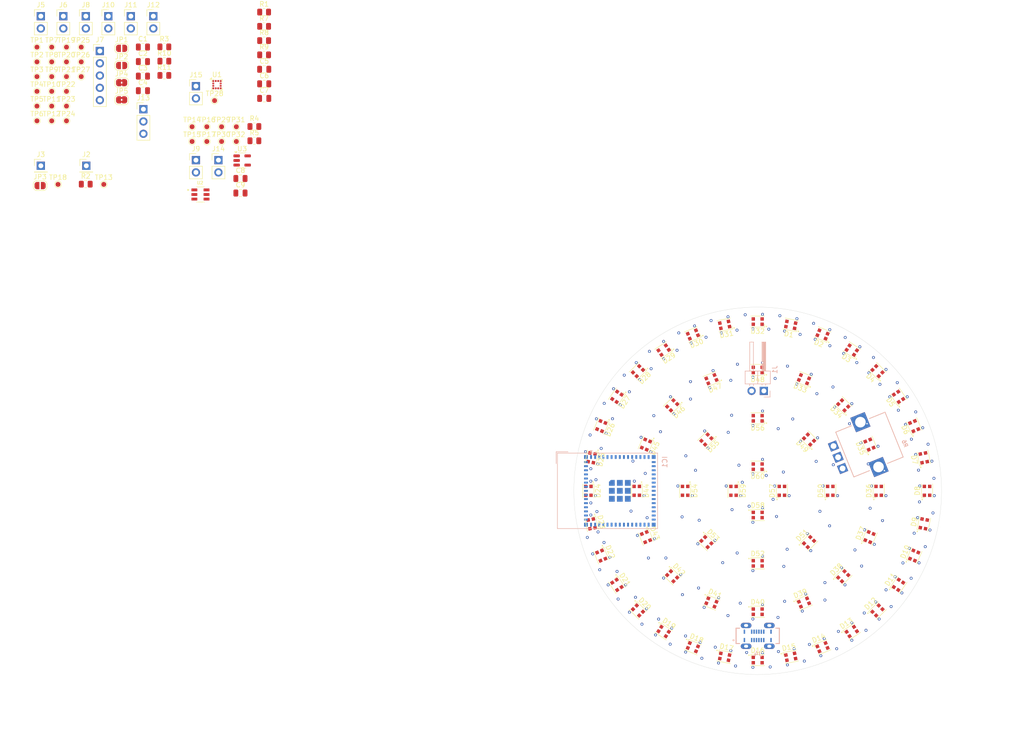
<source format=kicad_pcb>
(kicad_pcb (version 20240108) (generator "pcbnew") (generator_version "8.0")
  (layers (0 "F.Cu" signal) (1 "In1.Cu" signal) (2 "In2.Cu" signal) (31 "B.Cu" signal) (34 "B.Paste" user) (35 "F.Paste" user) (36 "B.SilkS" user "B.Silkscreen") (37 "F.SilkS" user "F.Silkscreen") (38 "B.Mask" user) (39 "F.Mask" user) (44 "Edge.Cuts" user))
  (net 0 "")
  (net 1 "GND")
  (net 2 "Net-(D1-DIN)")
  (net 3 "Net-(D1-DOUT)")
  (net 4 "+5V")
  (net 5 "Net-(D2-DOUT)")
  (net 6 "Net-(D3-DOUT)")
  (net 7 "Net-(D4-DOUT)")
  (net 8 "Net-(D5-DOUT)")
  (net 9 "Net-(D6-DOUT)")
  (net 10 "Net-(D7-DOUT)")
  (net 11 "Net-(D8-DOUT)")
  (net 12 "Net-(D10-DIN)")
  (net 13 "Net-(D10-DOUT)")
  (net 14 "Net-(D11-DOUT)")
  (net 15 "Net-(D12-DOUT)")
  (net 16 "Net-(D13-DOUT)")
  (net 17 "Net-(D14-DOUT)")
  (net 18 "Net-(D15-DOUT)")
  (net 19 "Net-(D16-DOUT)")
  (net 20 "Net-(D17-DOUT)")
  (net 21 "Net-(D18-DOUT)")
  (net 22 "Net-(D19-DOUT)")
  (net 23 "Net-(D20-DOUT)")
  (net 24 "Net-(D21-DOUT)")
  (net 25 "Net-(D22-DOUT)")
  (net 26 "Net-(D23-DOUT)")
  (net 27 "Net-(D24-DOUT)")
  (net 28 "Net-(D25-DOUT)")
  (net 29 "Net-(D26-DOUT)")
  (net 30 "Net-(D27-DOUT)")
  (net 31 "Net-(D28-DOUT)")
  (net 32 "Net-(D29-DOUT)")
  (net 33 "RgbLed_Outer2Middle")
  (net 34 "Net-(D31-DOUT)")
  (net 35 "Net-(D33-DOUT)")
  (net 36 "Net-(D34-DOUT)")
  (net 37 "Net-(D35-DOUT)")
  (net 38 "Net-(D36-DOUT)")
  (net 39 "Net-(D37-DOUT)")
  (net 40 "Net-(D38-DOUT)")
  (net 41 "Net-(D39-DOUT)")
  (net 42 "Net-(D40-DOUT)")
  (net 43 "Net-(D41-DOUT)")
  (net 44 "Net-(D42-DOUT)")
  (net 45 "Net-(D43-DOUT)")
  (net 46 "Net-(D44-DOUT)")
  (net 47 "RgbLed_Middle2Inner")
  (net 48 "Net-(D49-DOUT)")
  (net 49 "Net-(D50-DOUT)")
  (net 50 "Net-(D51-DOUT)")
  (net 51 "Net-(D52-DOUT)")
  (net 52 "Net-(D53-DOUT)")
  (net 53 "Net-(D54-DOUT)")
  (net 54 "Net-(D55-DOUT)")
  (net 55 "Net-(D57-DOUT)")
  (net 56 "RgbLed_Inner2Status")
  (net 57 "Net-(D59-DOUT)")
  (net 58 "+3V3")
  (net 72 "ESP32_ADC_POTI")
  (net 73 "/MicroController/ESP32_EN")
  (net 74 "Net-(D47-DOUT)")
  (net 75 "Net-(D30-DOUT)")
  (net 76 "Net-(D45-DOUT)")
  (net 77 "Net-(D46-DOUT)")
  (net 78 "Net-(D60-DOUT)")
  (net 79 "/MicroController/ESP32_DBG3")
  (net 80 "Net-(D58-DOUT)")
  (net 81 "/MicroController/ESP32_DBG4")
  (net 82 "/MicroController/ESP32_ALT_I2C_SCL")
  (net 83 "ESP32_RgbLed_DIN")
  (net 84 "IMU_INT1")
  (net 85 "/MicroController/ESP32_NOM_I2C_SDA")
  (net 86 "/MicroController/JTAG_TDO")
  (net 87 "/MicroController/ESP32_DBG5")
  (net 89 "ESP32_RgbLed_DOUT")
  (net 90 "/MicroController/JTAG_TMS")
  (net 92 "/MicroController/ESP32_DBG1")
  (net 93 "/MicroController/ESP32_DBG2")
  (net 94 "ESP32_USB_D-")
  (net 95 "/MicroController/JTAG_TCK")
  (net 96 "/MicroController/ESP32_DBG6")
  (net 97 "RXD0")
  (net 98 "/MicroController/ESP32_NOM_I2C_SCL")
  (net 99 "ESP32_USB_D+")
  (net 100 "IMU_INT2")
  (net 101 "TXD0")
  (net 102 "ESP32_Button_Signal")
  (net 103 "/MicroController/ESP32_ALT_I2C_SDA")
  (net 104 "/MicroController/JTAG_TDI")
  (net 105 "/MicroController/BOOT_OPTION")
  (net 106 "Net-(J4-CC1)")
  (net 107 "/USB Conn and PWR /CONN_USB_D_P")
  (net 108 "Net-(J4-CC2)")
  (net 109 "/USB Conn and PWR /CONN_USB_D_M")
  (net 110 "I2C_SCL")
  (net 111 "I2C_SDA")
  (net 112 "Net-(R6-Pad1)")
  (net 113 "Net-(U1-~{CS})")
  (net 114 "Net-(U1-SA0{slash}SDO)")
  (footprint "TestPoint:TestPoint_Pad_D1.0mm" (layer "F.Cu") (at 39.185 24.695)
    (property "Reference" "TP29")
    (property "Value" "TestPoint")
  )
  (footprint "Capacitor_SMD:C_0805_2012Metric" (layer "F.Cu") (at 47.995 18.825)
    (property "Reference" "C7")
    (property "Value" "100n/16V")
  )
  (footprint "LED_SMD:LED_WS2812B-2020_PLCC4_2.0x2.0mm" (layer "F.Cu") (at 150 75 180)
    (property "Reference" "D48")
    (property "Value" "WS2812B-2020" (hide yes))
  )
  (footprint "Capacitor_SMD:C_0805_2012Metric" (layer "F.Cu") (at 22.925 11.215)
    (property "Reference" "C2")
    (property "Value" "10u/16V")
  )
  (footprint "Connector_PinHeader_2.54mm:PinHeader_1x02_P2.54mm_Vertical" (layer "F.Cu") (at 33.885 16.295)
    (property "Reference" "J15")
    (property "Value" "Conn_01x02_Pin")
  )
  (footprint "Connector_PinHeader_2.54mm:PinHeader_1x01_P2.54mm_Vertical" (layer "F.Cu") (at 1.825 32.765)
    (property "Reference" "J3")
    (property "Value" "Conn_01x01_Pin")
  )
  (footprint "LED_SMD:LED_WS2812B-2020_PLCC4_2.0x2.0mm" (layer "F.Cu") (at 184.327485 106.828161 78.75)
    (property "Reference" "D9")
    (property "Value" "WS2812B-2020" (hide yes))
  )
  (footprint "LED_SMD:LED_WS2812B-2020_PLCC4_2.0x2.0mm" (layer "F.Cu") (at 140.432915 76.903012 -157.5)
    (property "Reference" "D47")
    (property "Value" "WS2812B-2020" (hide yes))
  )
  (footprint "Connector_PinHeader_2.54mm:PinHeader_1x03_P2.54mm_Vertical" (layer "F.Cu") (at 23.025 21.065)
    (property "Reference" "J13")
    (property "Value" "Conn_01x03_Pin")
  )
  (footprint "TestPoint:TestPoint_Pad_D1.0mm" (layer "F.Cu") (at 7.125 11.275)
    (property "Reference" "TP20")
    (property "Value" "TestPoint")
  )
  (footprint "LED_SMD:LED_WS2812B-2020_PLCC4_2.0x2.0mm" (layer "F.Cu") (at 165 100 90)
    (property "Reference" "D50")
    (property "Value" "WS2812B-2020" (hide yes))
  )
  (footprint "LED_SMD:LED_WS2812B-2020_PLCC4_2.0x2.0mm" (layer "F.Cu") (at 140.432914 123.096988 -22.5)
    (property "Reference" "D41")
    (property "Value" "WS2812B-2020" (hide yes))
  )
  (footprint "LED_SMD:LED_WS2812B-2020_PLCC4_2.0x2.0mm" (layer "F.Cu") (at 135 100 -90)
    (property "Reference" "D54")
    (property "Value" "WS2812B-2020" (hide yes))
  )
  (footprint "LED_SMD:LED_WS2812B-2020_PLCC4_2.0x2.0mm" (layer "F.Cu") (at 155 100 90)
    (property "Reference" "D57")
    (property "Value" "WS2812B-2020" (hide yes))
  )
  (footprint "Jumper:SolderJumper-2_P1.3mm_Open_RoundedPad1.0x1.5mm" (layer "F.Cu") (at 18.525 8.475)
    (property "Reference" "JP1")
    (property "Value" "SolderJumper_2_Open")
  )
  (footprint "LED_SMD:LED_WS2812B-2020_PLCC4_2.0x2.0mm" (layer "F.Cu") (at 159.567086 76.903012 157.5)
    (property "Reference" "D33")
    (property "Value" "WS2812B-2020" (hide yes))
  )
  (footprint "Connector_PinHeader_2.54mm:PinHeader_1x05_P2.54mm_Vertical" (layer "F.Cu") (at 14.025 9.025)
    (property "Reference" "J7")
    (property "Value" "Conn_01x05_Pin")
  )
  (footprint "LED_SMD:LED_WS2812B-2020_PLCC4_2.0x2.0mm" (layer "F.Cu") (at 173.096988 109.567086 67.5)
    (property "Reference" "D37")
    (property "Value" "WS2812B-2020" (hide yes))
  )
  (footprint "LED_SMD:LED_WS2812B-2020_PLCC4_2.0x2.0mm" (layer "F.Cu") (at 179.101436 80.555042 123.75)
    (property "Reference" "D5")
    (property "Value" "WS2812B-2020" (hide yes))
  )
  (footprint "Resistor_SMD:R_0805_2012Metric" (layer "F.Cu") (at 27.355 14.075)
    (property "Reference" "R11")
    (property "Value" "5k1(1%)")
  )
  (footprint "TestPoint:TestPoint_Pad_D1.0mm" (layer "F.Cu") (at 7.125 8.225)
    (property "Reference" "TP19")
    (property "Value" "TestPoint")
  )
  (footprint "LED_SMD:LED_WS2812B-2020_PLCC4_2.0x2.0mm" (layer "F.Cu") (at 150 95 180)
    (property "Reference" "D60")
    (property "Value" "WS2812B-2020" (hide yes))
  )
  (footprint "Package_LGA:LGA-12_2x2mm_P0.5mm" (layer "F.Cu") (at 38.23 15.99)
    (property "Reference" "U1")
    (property "Value" "LIS2HH12")
  )
  (footprint "TestPoint:TestPoint_Pad_D1.0mm" (layer "F.Cu") (at 36.135 27.745)
    (property "Reference" "TP17")
    (property "Value" "TestPoint")
  )
  (footprint "Connector_PinHeader_2.54mm:PinHeader_1x02_P2.54mm_Vertical" (layer "F.Cu") (at 1.825 1.825)
    (property "Reference" "J5")
    (property "Value" "Conn_01x02_Pin")
  )
  (footprint "LED_SMD:LED_WS2812B-2020_PLCC4_2.0x2.0mm" (layer "F.Cu") (at 130.555042 129.101437 -33.75)
    (property "Reference" "D19")
    (property "Value" "WS2812B-2020" (hide yes))
  )
  (footprint "LED_SMD:LED_WS2812B-2020_PLCC4_2.0x2.0mm" (layer "F.Cu") (at 120.898564 119.444958 -56.25)
    (property "Reference" "D21")
    (property "Value" "WS2812B-2020" (hide yes))
  )
  (footprint "TestPoint:TestPoint_Pad_D1.0mm" (layer "F.Cu") (at 33.085 24.695)
    (property "Reference" "TP14")
    (property "Value" "TestPoint")
  )
  (footprint "Connector_PinHeader_2.54mm:PinHeader_1x02_P2.54mm_Vertical" (layer "F.Cu") (at 11.125 1.825)
    (property "Reference" "J8")
    (property "Value" "Conn_01x02_Pin")
  )
  (footprint "Package_TO_SOT_SMD:SOT-23-5" (layer "F.Cu") (at 43.435 31.67)
    (property "Reference" "U3")
    (property "Value" "AP2112K-3.3")
  )
  (footprint "TestPoint:TestPoint_Pad_D1.0mm" (layer "F.Cu") (at 1.025 11.275)
    (property "Reference" "TP2")
    (property "Value" "TestPoint")
  )
  (footprint "LED_SMD:LED_WS2812B-2020_PLCC4_2.0x2.0mm" (layer "F.Cu") (at 125 100 -90)
    (property "Reference" "D44")
    (property "Value" "WS2812B-2020" (hide yes))
  )
  (footprint "Resistor_SMD:R_0805_2012Metric" (layer "F.Cu") (at 45.965 24.645)
    (property "Reference" "R4")
    (property "Value" "5k1(1%)")
  )
  (footprint "TestPoint:TestPoint_Pad_D1.0mm" (layer "F.Cu") (at 4.075 14.325)
    (property "Reference" "TP9")
    (property "Value" "TestPoint")
  )
  (footprint "TestPoint:TestPoint_Pad_D1.0mm" (layer "F.Cu") (at 4.075 8.225)
    (property "Reference" "TP7")
    (property "Value" "TestPoint")
  )
  (footprint "LED_SMD:LED_WS2812B-2020_PLCC4_2.0x2.0mm" (layer "F.Cu") (at 179.101437 119.444958 56.25)
    (property "Reference" "D11")
    (property "Value" "WS2812B-2020" (hide yes))
  )
  (footprint "Connector_PinHeader_2.54mm:PinHeader_1x02_P2.54mm_Vertical" (layer "F.Cu") (at 25.075 1.825)
    (property "Reference" "J12")
    (property "Value" "Conn_01x02_Pin")
  )
  (footprint "LED_SMD:LED_WS2812B-2020_PLCC4_2.0x2.0mm" (layer "F.Cu") (at 132.32233 117.677669 -45)
    (property "Reference" "D42")
    (property "Value" "WS2812B-2020" (hide yes))
  )
  (footprint "Capacitor_SMD:C_0805_2012Metric" (layer "F.Cu") (at 43.085 38.405)
    (property "Reference" "C9")
    (property "Value" "1u/16V")
  )
  (footprint "LED_SMD:LED_WS2812B-2020_PLCC4_2.0x2.0mm" (layer "F.Cu") (at 126.903012 90.432914 -112.5)
    (property "Reference" "D45")
    (property "Value" "WS2812B-2020" (hide yes))
  )
  (footprint "TestPoint:TestPoint_Pad_D1.0mm" (layer "F.Cu") (at 10.175 11.275)
    (property "Reference" "TP26")
    (property "Value" "TestPoint")
  )
  (footprint "TestPoint:TestPoint_Pad_D1.0mm" (layer "F.Cu") (at 7.125 14.325)
    (property "Reference" "TP21")
    (property "Value" "TestPoint")
  )
  (footprint "TestPoint:TestPoint_Pad_D1.0mm" (layer "F.Cu") (at 37.735 19.285)
    (property "Reference" "TP28")
    (property "Value" "TestPoint")
  )
  (footprint "LED_SMD:LED_WS2812B-2020_PLCC4_2.0x2.0mm" (layer "F.Cu") (at 125.251262 75.251263 -135)
    (property "Reference" "D28")
    (property "Value" "WS2812B-2020" (hide yes))
  )
  (footprint "TestPoint:TestPoint_Pad_D1.0mm" (layer "F.Cu") (at 4.075 20.425)
    (property "Reference" "TP11")
    (property "Value" "TestPoint")
  )
  (footprint "LED_SMD:LED_WS2812B-2020_PLCC4_2.0x2.0mm" (layer "F.Cu") (at 174.748738 124.748737 45)
    (property "Reference" "D12")
    (property "Value" "WS2812B-2020" (hide yes))
  )
  (footprint "LED_SMD:LED_WS2812B-2020_PLCC4_2.0x2.0mm" (layer "F.Cu") (at 150 65 180)
    (property "Reference" "D32")
    (property "Value" "WS2812B-2020" (hide yes))
  )
  (footprint "Capacitor_SMD:C_0805_2012Metric" (layer "F.Cu") (at 22.925 17.235)
    (property "Reference" "C4")
    (property "Value" "1u/16V")
  )
  (footprint "TestPoint:TestPoint_Pad_D1.0mm" (layer "F.Cu") (at 1.025 23.475)
    (property "Reference" "TP6")
    (property "Value" "TestPoint")
  )
  (footprint "LED_SMD:LED_WS2812B-2020_PLCC4_2.0x2.0mm" (layer "F.Cu") (at 150 105)
    (property "Reference" "D58")
    (property "Value" "WS2812B-2020" (hide yes))
  )
  (footprint "LED_SMD:LED_WS2812B-2020_PLCC4_2.0x2.0mm" (layer "F.Cu") (at 156.828161 65.672515 168.75)
    (property "Reference" "D1")
    (property "Value" "WS2812B-2020" (hide yes))
  )
  (footprint "Resistor_SMD:R_0805_2012Metric" (layer "F.Cu") (at 47.975 6.875)
    (property "Reference" "R8")
    (property "Value" "5k1(1%)")
  )
  (footprint "Connector_PinHeader_2.54mm:PinHeader_1x02_P2.54mm_Vertical" (layer "F.Cu") (at 6.475 1.825)
    (property "Reference" "J6")
    (property "Value" "Conn_01x02_Pin")
  )
  (footprint "TestPoint:TestPoint_Pad_D1.0mm" (layer "F.Cu") (at 4.075 17.375)
    (property "Reference" "TP10")
    (property "Value" "TestPoint")
  )
  (footprint "Diode_SMD:SOT95P280X145-6N" (layer "F.Cu") (at 34.815 38.7075)
    (property "Reference" "U2")
    (property "Value" "USBLC6-2SC6")
  )
  (footprint "LED_SMD:LED_WS2812B-2020_PLCC4_2.0x2.0mm" (layer "F.Cu") (at 132.322331 82.32233 -135)
    (property "Reference" "D46")
    (property "Value" "WS2812B-2020" (hide yes))
  )
  (footprint "TestPoint:TestPoint_Pad_D1.0mm" (layer "F.Cu") (at 14.835 36.615)
    (property "Reference" "TP13")
    (property "Value" "TestPoint")
  )
  (footprint "TestPoint:TestPoint_Pad_D1.0mm" (layer "F.Cu") (at 39.185 27.745)
    (property "Reference" "TP30")
    (property "Value" "TestPoint")
  )
  (footprint "Connector_PinHeader_2.54mm:PinHeader_1x01_P2.54mm_Vertical" (layer "F.Cu") (at 11.225 32.765)
    (property "Reference" "J2")
    (property "Value" "Conn_01x01_Pin")
  )
  (footprint "LED_SMD:LED_WS2812B-2020_PLCC4_2.0x2.0mm" (layer "F.Cu") (at 163.39392 132.335784 22.5)
    (property "Reference" "D14")
    (property "Value" "WS2812B-2020" (hide yes))
  )
  (footprint "Resistor_SMD:R_0805_2012Metric" (layer "F.Cu") (at 27.355 11.125)
    (property "Reference" "R10")
    (property "Value" "5k1(1%)")
  )
  (footprint "TestPoint:TestPoint_Pad_D1.0mm" (layer "F.Cu") (at 42.235 27.745)
    (property "Reference" "TP32")
    (property "Value" "TestPoint")
  )
  (footprint "Capacitor_SMD:C_0805_2012Metric" (layer "F.Cu") (at 47.995 15.815)
    (property "Reference" "C6")
    (property "Value" "100n/16V")
  )
  (footprint "LED_SMD:LED_WS2812B-2020_PLCC4_2.0x2.0mm" (layer "F.Cu") (at 160.606602 110.606602 45)
    (property "Reference" "D51")
    (property "Value" "WS2812B-2020" (hide yes))
  )
  (footprint "Capacitor_SMD:C_0805_2012Metric" (layer "F.Cu") (at 22.925 14.225)
    (property "Reference" "C3")
    (property "Value" "100n/16V")
  )
  (footprint "LED_SMD:LED_WS2812B-2020_PLCC4_2.0x2.0mm" (layer "F.Cu") (at 143.171839 134.327485 -11.25)
    (property "Reference" "D17")
    (property "Value" "WS2812B-2020" (hide yes))
  )
  (footprint "Connector_PinHeader_2.54mm:PinHeader_1x02_P2.54mm_Vertical" (layer "F.Cu") (at 20.425 1.825)
    (property "Reference" "J11")
    (property "Value" "Conn_01x02_Pin")
  )
  (footprint "Jumper:SolderJumper-2_P1.3mm_Open_RoundedPad1.0x1.5mm" (layer "F.Cu") (at 1.675 36.865)
    (property "Reference" "JP3")
    (property "Value" "SolderJumper_2_Open")
  )
  (footprint "LED_SMD:LED_WS2812B-2020_PLCC4_2.0x2.0mm" (layer "F.Cu") (at 182.335784 86.60608 112.5)
    (property "Reference" "D6")
    (property "Value" "WS2812B-2020" (hide yes))
  )
  (footprint "Resistor_SMD:R_0805_2012Metric" (layer "F.Cu") (at 47.975 3.925)
    (property "Reference" "R7")
    (property "Value" "1k(1%)")
  )
  (footprint "LED_SMD:LED_WS2812B-2020_PLCC4_2.0x2.0mm" (layer "F.Cu") (at 169.444958 70.898563 146.25)
    (property "Reference" "D3")
    (property "Value" "WS2812B-2020" (hide yes))
  )
  (footprint "LED_SMD:LED_WS2812B-2020_PLCC4_2.0x2.0mm" (layer "F.Cu") (at 150 85 180)
    (property "Reference" "D56")
    (property "Value" "WS2812B-2020" (hide yes))
  )
  (footprint "LED_SMD:LED_WS2812B-2020_PLCC4_2.0x2.0mm" (layer "F.Cu") (at 117.664216 86.60608 -112.5)
    (property "Reference" "D26")
    (property "Value" "WS2812B-2020" (hide yes))
  )
  (footprint "TestPoint:TestPoint_Pad_D1.0mm" (layer "F.Cu") (at 7.125 17.375)
    (property "Reference" "TP22")
    (property "Value" "TestPoint")
  )
  (footprint "LED_SMD:LED_WS2812B-2020_PLCC4_2.0x2.0mm" (layer "F.Cu") (at 115.672515 93.171839 -101.25)
    (property "Reference" "D25")
    (property "Value" "WS2812B-2020" (hide yes))
  )
  (footprint "LED_SMD:LED_WS2812B-2020_PLCC4_2.0x2.0mm" (layer "F.Cu") (at 120.898563 80.555042 -123.75)
    (property "Reference" "D27")
    (property "Value" "WS2812B-2020" (hide yes))
  )
  (footprint "LED_SMD:LED_WS2812B-2020_PLCC4_2.0x2.0mm" (layer "F.Cu") (at 139.393398 89.393398 -135)
    (property "Reference" "D55")
    (property "Value" "WS2812B-2020" (hide yes))
  )
  (footprint "TestPoint:TestPoint_Pad_D1.0mm" (layer "F.Cu") (at 5.375 36.615)
    (property "Reference" "TP18")
    (property "Value" "TestPoint")
  )
  (footprint "TestPoint:TestPoint_Pad_D1.0mm" (layer "F.Cu") (at 42.235 24.695)
    (property "Reference" "TP31")
    (property "Value" "TestPoint")
  )
  (footprint "Jumper:SolderJumper-2_P1.3mm_Bridged2Bar_RoundedPad1.0x1.5mm" (layer "F.Cu") (at 18.525 19.125)
    (property "Reference" "JP5")
    (property "Value" "SolderJumper_2_Bridged")
  )
  (footprint "Jumper:SolderJumper-2_P1.3mm_Open_RoundedPad1.0x1.5mm" (layer "F.Cu") (at 18.525 12.025)
    (property "Reference" "JP2")
    (property "Value" "SolderJumper_2_Open")
  )
  (footprint "LED_SMD:LED_WS2812B-2020_PLCC4_2.0x2.0mm" (layer "F.Cu") (at 174.748737 75.251262 135)
    (property "Reference" "D4")
    (property "Value" "WS2812B-2020" (hide yes))
  )
  (footprint "LED_SMD:LED_WS2812B-2020_PLCC4_2.0x2.0mm" (layer "F.Cu") (at 117.664216 113.39392 -67.5)
    (property "Reference" "D22")
    (property "Value" "WS2812B-2020" (hide yes))
  )
  (footprint "LED_SMD:LED_WS2812B-2020_PLCC4_2.0x2.0mm" (layer "F.Cu") (at 136.60608 67.664216 -157.5)
    (property "Reference" "D30")
    (property "Value" "WS2812B-2020" (hide yes))
  )
  (footprint "TestPoint:TestPoint_Pad_D1.0mm" (layer "F.Cu") (at 4.075 23.475)
    (property "Reference" "TP12")
    (property "Value" "TestPoint")
  )
  (footprint "TestPoint:TestPoint_Pad_D1.0mm" (layer "F.Cu") (at 10.175 8.225)
    (property "Reference" "TP25")
    (property "Value" "TestPoint")
  )
  (footprint "LED_SMD:LED_WS2812B-2020_PLCC4_2.0x2.0mm" (layer "F.Cu") (at 182.335784 113.39392 67.5)
    (property "Reference" "D10")
    (property "Value" "WS2812B-2020" (hide yes))
  )
  (footprint "Connector_PinHeader_2.54mm:PinHeader_1x02_P2.54mm_Vertical" (layer "F.Cu") (at 15.775 1.825)
    (property "Reference" "J10")
    (property "Value" "Conn_01x02_Pin")
  )
  (footprint "LED_SMD:LED_WS2812B-2020_PLCC4_2.0x2.0mm" (layer "F.Cu") (at 136.60608 132.335784 -22.5)
    (property "Reference" "D18")
    (property "Value" "WS2812B-2020" (hide yes))
  )
  (footprint "LED_SMD:LED_WS2812B-2020_PLCC4_2.0x2.0mm" (layer "F.Cu") (at 175 100 90)
    (property "Reference" "D36")
    (property "Value" "WS2812B-2020" (hide yes))
  )
  (footprint "LED_SMD:LED_WS2812B-2020_PLCC4_2.0x2.0mm" (layer "F.Cu") (at 184.327485 93.171838 101.25)
    (property "Reference" "D7")
    (property "Value" "WS2812B-2020" (hide yes))
  )
  (footprint "LED_SMD:LED_WS2812B-2020_PLCC4_2.0x2.0mm" (layer "F.Cu") (at 167.677669 117.67767 45)
    (property "Reference" "D38")
    (property "Value" "WS2812B-2020" (hide yes))
  )
  (footprint "TestPoint:TestPoint_Pad_D1.0mm" (layer "F.Cu") (at 36.135 24.695)
    (property "Reference" "TP16")
    (property "Value" "TestPoint")
  )
  (footprint "TestPoint:TestPoint_Pad_D1.0mm" (layer "F.Cu") (at 33.085 27.745)
    (property "Reference" "TP15")
    (property "Value" "TestPoint")
  )
  (footprint "TestPoint:TestPoint_Pad_D1.0mm" (layer "F.Cu") (at 4.075 11.275)
    (property "Reference" "TP8")
    (property "Value" "TestPoint")
  )
  (footprint "Resistor_SMD:R_0805_2012Metric" (layer "F.Cu") (at 27.355 8.175)
    (property "Reference" "R3")
    (property "Value" "10k(1%)")
  )
  (footprint "Resistor_SMD:R_0805_2012Metric" (layer "F.Cu") (at 47.975 9.825)
    (property "Reference" "R9")
    (property "Value" "5k1(1%)")
  )
  (footprint "LED_SMD:LED_WS2812B-2020_PLCC4_2.0x2.0mm" (layer "F.Cu") (at 156.828162 134.327485 11.25)
    (property "Reference" "D15")
    (property "Value" "WS2812B-2020" (hide yes))
  )
  (footprint "LED_SMD:LED_WS2812B-2020_PLCC4_2.0x2.0mm" (layer "F.Cu") (at 150 135)
    (property "Reference" "D16")
    (property "Value" "WS2812B-2020" (hide yes))
  )
  (footprint "TestPoint:TestPoint_Pad_D1.0mm" (layer "F.Cu") (at 1.025 17.375)
    (property "Reference" "TP4")
    (property "Value" "TestPoint")
  )
  (footprint "LED_SMD:LED_WS2812B-2020_PLCC4_2.0x2.0mm" (layer "F.Cu") (at 160.606602 89.393398 135)
    (property "Reference" "D49")
    (property "Value" "WS2812B-2020" (hide yes))
  )
  (footprint "TestPoint:TestPoint_Pad_D1.0mm" (layer "F.Cu") (at 10.175 14.325)
    (property "Reference" "TP27")
    (property "Value" "TestPoint")
  )
  (footprint "LED_SMD:LED_WS2812B-2020_PLCC4_2.0x2.0mm" (layer "F.Cu") (at 125.251263 124.748738 -45)
    (property "Reference" "D20")
    (property "Value" "WS2812B-2020" (hide yes))
  )
  (footprint "LED_SMD:LED_WS2812B-2020_PLCC4_2.0x2.0mm" (layer "F.Cu") (at 169.444958 129.101436 33.75)
    (property "Reference" "D13")
    (property "Value" "WS2812B-2020" (hide yes))
  )
  (footprint "Capacitor_SMD:C_0805_2012Metric" (layer "F.Cu") (at 43.085 35.395)
    (property "Reference" "C8")
    (property "Value" "1u/16V")
  )
  (footprint "TestPoint:TestPoint_Pad_D1.0mm" (layer "F.Cu") (at 1.025 8.225)
    (property "Reference" "TP1")
    (property "Value" "TestPoint")
  )
  (footprint "LED_SMD:LED_WS2812B-2020_PLCC4_2.0x2.0mm" (layer "F.Cu") (at 163.39392 67.664216 157.5)
    (property "Reference" "D2")
    (property "Value" "WS2812B-2020" (hide yes))
  )
  (footprint "Resistor_SMD:R_0805_2012Metric" (layer "F.Cu") (at 47.975 0.975)
    (property "Reference" "R1")
    (property "Value" "10k(1%)")
  )
  (footprint "Connector_PinHeader_2.54mm:PinHeader_1x02_P2.54mm_Vertical" (layer "F.Cu") (at 33.885 31.595)
    (property "Reference" "J9")
    (property "Value" "Conn_01x02_Pin")
  )
  (footprint "LED_SMD:LED_WS2812B-2020_PLCC4_2.0x2.0mm" (layer "F.Cu") (at 115 100 -90)
    (property "Reference" "D24")
    (property "Value" "WS2812B-2020" (hide yes))
  )
  (footprint "Resistor_SMD:R_0805_2012Metric" (layer "F.Cu") (at 11.105 36.565)
    (property "Reference" "R2")
    (property "Value" "100")
  )
  (footprint "LED_SMD:LED_WS2812B-2020_PLCC4_2.0x2.0mm" (layer "F.Cu") (at 115.672515 106.828162 -78.75)
    (property "Reference" "D23")
    (property "Value" "WS2812B-2020" (hide yes))
  )
  (footprint "LED_SMD:LED_WS2812B-2020_PLCC4_2.0x2.0mm" (layer "F.Cu") (at 167.67767 82.322331 135)
    (property "Reference" "D34")
    (property "Value" "WS2812B-2020" (hide yes))
  )
  (footprint "TestPoint:TestPoint_Pad_D1.0mm" (layer "F.Cu") (at 7.125 23.475)
    (property "Reference" "TP24")
    (property "Value" "TestPoint")
  )
  (footprint "LED_SMD:LED_WS2812B-2020_PLCC4_2.0x2.0mm" (layer "F.Cu") (at 139.393398 110.606602 -45)
    (property "Reference" "D53")
    (property "Value" "WS2812B-2020" (hide yes))
  )
  (footprint "LED_SMD:LED_WS2812B-2020_PLCC4_2.0x2.0mm" (layer "F.Cu") (at 143.171838 65.672515 -168.75)
    (property "Reference" "D31")
    (property "Value" "WS2812B-2020" (hide yes))
  )
  (footprint "LED_SMD:LED_WS2812B-2020_PLCC4_2.0x2.0mm" (layer "F.Cu") (at 150 115)
    (property "Reference" "D52")
    (property "Value" "WS2812B-2020" (hide yes))
  )
  (footprint "LED_SMD:LED_WS2812B-2020_PLCC4_2.0x2.0mm" (layer "F.Cu") (at 173.096988 90.432915 112.5)
    (property "Reference" "D35")
    (property "Value" "WS2812B-2020" (hide yes))
  )
  (footprint "Capacitor_SMD:C_0805_2012Metric" (layer "F.Cu") (at 22.925 8.205)
    (property "Reference" "C1")
    (property "Value" "10u/16V")
  )
  (footprint "Capacitor_SMD:C_0805_2012Metric" (layer "F.Cu") (at 47.995 12.805)
    (property "Reference" "C5")
    (property "Value" "1u/16V")
  )
  (footprint "LED_SMD:LED_WS2812B-2020_PLCC4_2.0x2.0mm" (layer "F.Cu") (at 126.903012 109.567085 -67.5)
    (property "Reference" "D43")
    (property "Value" "WS2812B-2020" (hide yes))
  )
  (footprint "TestPoint:TestPoint_Pad_D1.0mm" (layer "F.Cu") (at 1.025 20.425)
    (property "Reference" "TP5")
    (property "Value" "TestPoint")
  )
  (footprint "LED_SMD:LED_WS2812B-2020_PLCC4_2.0x2.0mm" (layer "F.Cu") (at 159.567085 123.096988 22.5)
    (property "Reference" "D39")
    (property "Value" "WS2812B-2020" (hide yes))
  )
  (footprint "LED_SMD:LED_WS2812B-2020_PLCC4_2.0x2.0mm" (layer "F.Cu") (at 145 100 -90)
    (property "Reference" "D59")
    (property "Value" "WS2812B-2020" (hide yes))
  )
  (footprint "LED_SMD:LED_WS2812B-2020_PLCC4_2.0x2.0mm" (layer "F.Cu") (at 150 125)
    (property "Reference" "D40")
    (property "Value" "WS2812B-2020" (hide yes))
  )
  (footprint "Jumper:SolderJumper-2_P1.3mm_Bridged2Bar_RoundedPad1.0x1.5mm" (layer "F.Cu") (at 18.525 15.575)
    (property "Reference" "JP4")
    (property "Value" "SolderJumper_2_Bridged")
  )
  (footprint "TestPoint:TestPoint_Pad_D1.0mm" (layer "F.Cu") (at 7.125 20.425)
    (property "Reference" "TP23")
    (property "Value" "TestPoint")
  )
  (footprint "LED_SMD:LED_WS2812B-2020_PLCC4_2.0x2.0mm" (layer "F.Cu") (at 185 100 90)
    (property "Reference" "D8")
    (property "Value" "WS2812B-2020" (hide yes))
  )
  (footprint "Connector_PinHeader_2.54mm:PinHeader_1x02_P2.54mm_Vertical" (layer "F.Cu") (at 38.535 31.595)
    (property "Reference" "J14")
    (property "Value" "Conn_01x02_Pin")
  )
  (footprint "TestPoint:TestPoint_Pad_D1.0mm" (layer "F.Cu") (at 1.025 14.325)
    (property "Reference" "TP3")
    (property "Value" "TestPoint")
  )
  (footprint "Resistor_SMD:R_0805_2012Metric" (layer "F.Cu") (at 45.965 27.595)
    (property "Reference" "R5")
    (property "Value" "5k1(1%)")
  )
  (footprint "LED_SMD:LED_WS2812B-2020_PLCC4_2.0x2.0mm" (layer "F.Cu") (at 130.555042 70.898564 -146.25)
    (property "Reference" "D29")
    (property "Value" "WS2812B-2020" (hide yes))
  )
  (footprint "RF_Module:ESP32-S2-MINI-1" (layer "B.Cu") (at 118.95 100 -90)
    (property "Reference" "IC1")
    (property "Value" "ESP32-S2-MINI-2-N4")
  )
  (footprint "Connector_PinHeader_2.54mm:PinHeader_1x02_P2.54mm_Horizontal" (layer "B.Cu") (at 151.275 79.325 90)
    (property "Reference" "J1")
    (property "Value" "Conn_01x02_Pin")
  )
  (footprint "Connector:GCT_USB4120-03-C_REVA" (layer "B.Cu") (at 150 130)
    (property "Reference" "J4")
    (property "Value" "USB4120-03-C_REVA")
    (fp_line (start 3.65 -0.26) (end 3.85 -0.26) (stroke (width 0.01)) (layer "Edge.Cuts"))
    (fp_line (start 3.85 0.26) (end 3.65 0.26) (stroke (width 0.01)) (layer "Edge.Cuts"))
    (fp_arc (start 3.39 0) (mid 3.466152 -0.183848) (end 3.65 -0.26) (stroke (width 0.01)) (layer "Edge.Cuts"))
    (fp_arc (start 3.65 0.26) (mid 3.466152 0.183848) (end 3.39 0) (stroke (width 0.01)) (layer "Edge.Cuts"))
    (fp_arc (start 3.85 -0.26) (mid 4.033848 -0.183848) (end 4.11 0) (stroke (width 0.01)) (layer "Edge.Cuts"))
    (fp_arc (start 4.11 0) (mid 4.033848 0.183848) (end 3.85 0.26) (stroke (width 0.01)) (layer "Edge.Cuts"))
  )
  (footprint "Potentiometer_THT:Pot" (layer "B.Cu") (at 173.096988 90.432915 112)
    (property "Reference" "R6")
    (property "Value" "2k 1/20W")
  )
  (gr_circle (center 150 100) (end 188 100) (stroke (width 0.05)) (fill none) (layer "Edge.Cuts"))
  (via (at 141.898418 135.603572) (size 0.6) (drill 0.3) (layers "F.Cu" "B.Cu") (net 1))
  (via (at 172.589515 86.108858) (size 0.6) (drill 0.3) (layers "F.Cu" "B.Cu") (net 1))
  (via (at 124.5 98) (size 0.6) (drill 0.3) (layers "F.Cu" "B.Cu") (net 1))
  (via (at 135.108175 133.33892) (size 0.6) (drill 0.3) (layers "F.Cu" "B.Cu") (net 1))
  (via (at 130.553156 69.095789) (size 0.6) (drill 0.3) (layers "F.Cu" "B.Cu") (net 1))
  (via (at 155.390397 115.626696) (size 0.6) (drill 0.3) (layers "F.Cu" "B.Cu") (net 1))
  (via (at 185.603572 108.101582) (size 0.6) (drill 0.3) (layers "F.Cu" "B.Cu") (net 1))
  (via (at 160.960155 112.374369) (size 0.6) (drill 0.3) (layers "F.Cu" "B.Cu") (net 1))
  (via (at 139.039845 87.625631) (size 0.6) (drill 0.3) (layers "F.Cu" "B.Cu") (net 1))
  (via (at 169.446844 130.904211) (size 0.6) (drill 0.3) (layers "F.Cu" "B.Cu") (net 1))
  (via (at 159.217231 124.865491) (size 0.6) (drill 0.3) (layers "F.Cu" "B.Cu") (net 1))
  (via (at 134.373304 105.390397) (size 0.6) (drill 0.3) (layers "F.Cu" "B.Cu") (net 1))
  (via (at 151 93.5) (size 0.6) (drill 0.3) (layers "F.Cu" "B.Cu") (net 1))
  (via (at 154.57281 63.773775) (size 0.6) (drill 0.3) (layers "F.Cu" "B.Cu") (net 1))
  (via (at 174.865491 90.782769) (size 0.6) (drill 0.3) (layers "F.Cu" "B.Cu") (net 1))
  (via (at 115.5 95.42719) (size 0.6) (drill 0.3) (layers "F.Cu" "B.Cu") (net 1))
  (via (at 130.554564 118.031223) (size 0.6) (drill 0.3) (layers "F.Cu" "B.Cu") (net 1))
  (via (at 145.810892 73.8141) (size 0.6) (drill 0.3) (layers "F.Cu" "B.Cu") (net 1))
  (via (at 171.109783 70.206929) (size 0.6) (drill 0.3) (layers "F.Cu" "B.Cu") (net 1))
  (via (at 140.782769 75.134509) (size 0.6) (drill 0.3) (layers "F.Cu" "B.Cu") (net 1))
  (via (at 143.5 99) (size 0.6) (drill 0.3) (layers "F.Cu" "B.Cu") (net 1))
  (via (at 116.66108 85.108175) (size 0.6) (drill 0.3) (layers "F.Cu" "B.Cu") (net 1))
  (via (at 183.33892 114.891825) (size 0.6) (drill 0.3) (layers "F.Cu" "B.Cu") (net 1))
  (via (at 147.417559 63.57774) (size 0.6) (drill 0.3) (layers "F.Cu" "B.Cu") (net 1))
  (via (at 142.761844 114.861329) (size 0.6) (drill 0.3) (layers "F.Cu" "B.Cu") (net 1))
  (via (at 176.516504 74.897709) (size 0.6) (drill 0.3) (layers "F.Cu" "B.Cu") (net 1))
  (via (at 173.928365 72.419512) (size 0.6) (drill 0.3) (layers "F.Cu" "B.Cu") (net 1))
  (via (at 156.150679 74.20428) (size 0.6) (drill 0.3) (layers "F.Cu" "B.Cu") (net 1))
  (via (at 123.8141 104.189108) (size 0.6) (drill 0.3) (layers "F.Cu" "B.Cu") (net 1))
  (via (at 149 116.5) (size 0.6) (drill 0.3) (layers "F.Cu" "B.Cu") (net 1))
  (via (at 164.861329 107.238156) (size 0.6) (drill 0.3) (layers "F.Cu" "B.Cu") (net 1))
  (via (at 121.150725 122.382344) (size 0.6) (drill 0.3) (layers "F.Cu" "B.Cu") (net 1))
  (via (at 158.101582 64.396428) (size 0.6) (drill 0.3) (layers "F.Cu" "B.Cu") (net 1))
  (via (at 144.696699 103.889087) (size 0.6) (drill 0.3) (layers "F.Cu" "B.Cu") (net 1))
  (via (at 166.32406 132.661523) (size 0.6) (drill 0.3) (layers "F.Cu" "B.Cu") (net 1))
  (via (at 143.849321 125.79572) (size 0.6) (drill 0.3) (layers "F.Cu" "B.Cu") (net 1))
  (via (at 157.238156 85.138671) (size 0.6) (drill 0.3) (layers "F.Cu" "B.Cu") (net 1))
  (via (at 138.447669 134.638038) (size 0.6) (drill 0.3) (layers "F.Cu" "B.Cu") (net 1))
  (via (at 144.609603 84.373304) (size 0.6) (drill 0.3) (layers "F.Cu" "B.Cu") (net 1))
  (via (at 137.625631 110.960155) (size 0.6) (drill 0.3) (layers "F.Cu" "B.Cu") (net 1))
  (via (at 149 136.5) (size 0.6) (drill 0.3) (layers "F.Cu" "B.Cu") (net 1))
  (via (at 163.891142 122.589515) (size 0.6) (drill 0.3) (layers "F.Cu" "B.Cu") (net 1))
  (via (at 115.5 105) (size 0.6) (drill 0.3) (layers "F.Cu" "B.Cu") (net 1))
  (via (at 131.912098 131.718729) (size 0.6) (drill 0.3) (layers "F.Cu" "B.Cu") (net 1))
  (via (at 169.445436 81.968777) (size 0.6) (drill 0.3) (layers "F.Cu" "B.Cu") (net 1))
  (via (at 156.140011 135.993753) (size 0.6) (drill 0.3) (layers "F.Cu" "B.Cu") (net 1))
  (via (at 149 126.5) (size 0.6) (drill 0.3) (layers "F.Cu" "B.Cu") (net 1))
  (via (at 153.889087 105.303301) (size 0.6) (drill 0.3) (layers "F.Cu" "B.Cu") (net 1))
  (via (at 155.303301 96.110913) (size 0.6) (drill 0.3) (layers "F.Cu" "B.Cu") (net 1))
  (via (at 117.338477 116.32406) (size 0.6) (drill 0.3) (layers "F.Cu" "B.Cu") (net 1))
  (via (at 140.36155 64.781393) (size 0.6) (drill 0.3) (layers "F.Cu" "B.Cu") (net 1))
  (via (at 124.897709 73.483496) (size 0.6) (drill 0.3) (layers "F.Cu" "B.Cu") (net 1))
  (via (at 175.102291 126.516504) (size 0.6) (drill 0.3) (layers "F.Cu" "B.Cu") (net 1))
  (via (at 131.968777 80.554564) (size 0.6) (drill 0.3) (layers "F.Cu" "B.Cu") (net 1))
  (via (at 161.06499 75.899876) (size 0.6) (drill 0.3) (layers "F.Cu" "B.Cu") (net 1))
  (via (at 125.134509 109.217231) (size 0.6) (drill 0.3) (layers "F.Cu" "B.Cu") (net 1))
  (via (at 136.108858 77.410485) (size 0.6) (drill 0.3) (layers "F.Cu" "B.Cu") (net 1))
  (via (at 127.617656 71.150725) (size 0.6) (drill 0.3) (layers "F.Cu" "B.Cu") (net 1))
  (via (at 138.93501 124.100124) (size 0.6) (drill 0.3) (layers "F.Cu" "B.Cu") (net 1))
  (via (at 126.071635 127.580488) (size 0.6) (drill 0.3) (layers "F.Cu" "B.Cu") (net 1))
  (via (at 177.580488 123.928365) (size 0.6) (drill 0.3) (layers "F.Cu" "B.Cu") (net 1))
  (via (at 119.095789 119.446844) (size 0.6) (drill 0.3) (layers "F.Cu" "B.Cu") (net 1))
  (via (at 161.552331 65.361962) (size 0.6) (drill 0.3) (layers "F.Cu" "B.Cu") (net 1))
  (via (at 168.031223 119.445436) (size 0.6) (drill 0.3) (layers "F.Cu" "B.Cu") (net 1))
  (via (at 134.445919 121.478374) (size 0.6) (drill 0.3) (layers "F.Cu" "B.Cu") (net 1))
  (via (at 179.793071 121.109783) (size 0.6) (drill 0.3) (layers "F.Cu" "B.Cu") (net 1))
  (via (at 186.5 101) (size 0.6) (drill 0.3) (layers "F.Cu" "B.Cu") (net 1))
  (via (at 114.396428 91.898418) (size 0.6) (drill 0.3) (layers "F.Cu" "B.Cu") (net 1))
  (via (at 165.554081 78.521626) (size 0.6) (drill 0.3) (layers "F.Cu" "B.Cu") (net 1))
  (via (at 143.859989 64.006247) (size 0.6) (drill 0.3) (layers "F.Cu" "B.Cu") (net 1))
  (via (at 181.718729 118.087902) (size 0.6) (drill 0.3) (layers "F.Cu" "B.Cu") (net 1))
  (via (at 127.410485 113.891142) (size 0.6) (drill 0.3) (layers "F.Cu" "B.Cu") (net 1))
  (via (at 120.206929 78.890217) (size 0.6) (drill 0.3) (layers "F.Cu" "B.Cu") (net 1))
  (via (at 136.955934 65.895714) (size 0.6) (drill 0.3) (layers "F.Cu" "B.Cu") (net 1))
  (via (at 133.5 99) (size 0.6) (drill 0.3) (layers "F.Cu" "B.Cu") (net 1))
  (via (at 166.5 101) (size 0.6) (drill 0.3) (layers "F.Cu" "B.Cu") (net 1))
  (via (at 174.100124 111.06499) (size 0.6) (drill 0.3) (layers "F.Cu" "B.Cu") (net 1))
  (via (at 176.1859 95.810892) (size 0.6) (drill 0.3) (layers "F.Cu" "B.Cu") (net 1))
  (via (at 115.361962 88.447669) (size 0.6) (drill 0.3) (layers "F.Cu" "B.Cu") (net 1))
  (via (at 133.67594 67.338477) (size 0.6) (drill 0.3) (layers "F.Cu" "B.Cu") (net 1))
  (via (at 146.110913 94.696699) (size 0.6) (drill 0.3) (layers "F.Cu" "B.Cu") (net 1))
  (via (at 172.382344 128.849275) (size 0.6) (drill 0.3) (layers "F.Cu" "B.Cu") (net 1))
  (via (at 165.626696 94.609603) (size 0.6) (drill 0.3) (layers "F.Cu" "B.Cu") (net 1))
  (via (at 135.138671 92.761844) (size 0.6) (drill 0.3) (layers "F.Cu" "B.Cu") (net 1))
  (via (at 128.890217 129.793071) (size 0.6) (drill 0.3) (layers "F.Cu" "B.Cu") (net 1))
  (via (at 123.483496 125.102291) (size 0.6) (drill 0.3) (layers "F.Cu" "B.Cu") (net 1))
  (via (at 122.419512 76.071635) (size 0.6) (drill 0.3) (layers "F.Cu" "B.Cu") (net 1))
  (via (at 118.281271 81.912098) (size 0.6) (drill 0.3) (layers "F.Cu" "B.Cu") (net 1))
  (via (at 149 106.5) (size 0.6) (drill 0.3) (layers "F.Cu" "B.Cu") (net 1))
  (via (at 152.582441 136.42226) (size 0.6) (drill 0.3) (layers "F.Cu" "B.Cu") (net 1))
  (via (at 151 83.5) (size 0.6) (drill 0.3) (layers "F.Cu" "B.Cu") (net 1))
  (via (at 176.5 101) (size 0.6) (drill 0.3) (layers "F.Cu" "B.Cu") (net 1))
  (via (at 164.891825 66.66108) (size 0.6) (drill 0.3) (layers "F.Cu" "B.Cu") (net 1))
  (via (at 159.63845 135.218607) (size 0.6) (drill 0.3) (layers "F.Cu" "B.Cu") (net 1))
  (via (at 124.20428 93.849321) (size 0.6) (drill 0.3) (layers "F.Cu" "B.Cu") (net 1))
  (via (at 178.849275 77.617656) (size 0.6) (drill 0.3) (layers "F.Cu" "B.Cu") (net 1))
  (via (at 186.226225 104.57281) (size 0.6) (drill 0.3) (layers "F.Cu" "B.Cu") (net 1))
  (via (at 151 73.5) (size 0.6) (drill 0.3) (layers "F.Cu" "B.Cu") (net 1))
  (via (at 180.904211 80.553156) (size 0.6) (drill 0.3) (layers "F.Cu" "B.Cu") (net 1))
  (via (at 162.374369 89.039845) (size 0.6) (drill 0.3) (layers "F.Cu" "B.Cu") (net 1))
  (via (at 186.42226 97.417559) (size 0.6) (drill 0.3) (layers "F.Cu" "B.Cu") (net 1))
  (via (at 151 63.5) (size 0.6) (drill 0.3) (layers "F.Cu" "B.Cu") (net 1))
  (via (at 128.521626 84.445919) (size 0.6) (drill 0.3) (layers "F.Cu" "B.Cu") (net 1))
  (via (at 168.087902 68.281271) (size 0.6) (drill 0.3) (layers "F.Cu" "B.Cu") (net 1))
  (via (at 184.638038 111.552331) (size 0.6) (drill 0.3) (layers "F.Cu" "B.Cu") (net 1))
  (via (at 154.189108 126.1859) (size 0.6) (drill 0.3) (layers "F.Cu" "B.Cu") (net 1))
  (via (at 156.5 101) (size 0.6) (drill 0.3) (layers "F.Cu" "B.Cu") (net 1))
  (via (at 185.218607 90.36155) (size 0.6) (drill 0.3) (layers "F.Cu" "B.Cu") (net 1))
  (via (at 115.895714 113.044066) (size 0.6) (drill 0.3) (layers "F.Cu" "B.Cu") (net 1))
  (via (at 125.899876 88.93501) (size 0.6) (drill 0.3) (layers "F.Cu" "B.Cu") (net 1))
  (via (at 163.044066 134.104286) (size 0.6) (drill 0.3) (layers "F.Cu" "B.Cu") (net 1))
  (via (at 114.781393 109.63845) (size 0.6) (drill 0.3) (layers "F.Cu" "B.Cu") (net 1))
  (via (at 182.661523 83.67594) (size 0.6) (drill 0.3) (layers "F.Cu" "B.Cu") (net 1))
  (via (at 171.478374 115.554081) (size 0.6) (drill 0.3) (layers "F.Cu" "B.Cu") (net 1))
  (via (at 184.104286 86.955934) (size 0.6) (drill 0.3) (layers "F.Cu" "B.Cu") (net 1))
  (via (at 115.5 102.5) (size 0.6) (drill 0.3) (layers "F.Cu" "B.Cu") (net 1))
  (via (at 115.5 98) (size 0.6) (drill 0.3) (layers "F.Cu" "B.Cu") (net 1))
  (via (at 145.42719 136.226225) (size 0.6) (drill 0.3) (layers "F.Cu" "B.Cu") (net 1))
  (via (at 185.993753 93.859989) (size 0.6) (drill 0.3) (layers "F.Cu" "B.Cu") (net 1))
  (via (at 175.79572 106.150679) (size 0.6) (drill 0.3) (layers "F.Cu" "B.Cu") (net 1))
  (via (at 181.767217 89.318523) (size 0.6) (drill 0.3) (layers "F.Cu" "B.Cu") (net 4))
  (via (at 123.469757 79.520835) (size 0.6) (drill 0.3) (layers "F.Cu" "B.Cu") (net 4))
  (via (at 145.721241 66.759329) (size 0.6) (drill 0.3) (layers "F.Cu" "B.Cu") (net 4))
  (via (at 128.671514 109.91694) (size 0.6) (drill 0.3) (layers "F.Cu" "B.Cu") (net 4))
  (via (at 147.711611 133.436705) (size 0.6) (drill 0.3) (layers "F.Cu" "B.Cu") (net 4))
  (via (at 167.324116 115.909903) (size 0.6) (drill 0.3) (layers "F.Cu" "B.Cu") (net 4))
  (via (at 172.093852 108.069181) (size 0.6) (drill 0.3) (layers "F.Cu" "B.Cu") (net 4))
  (via (at 165.909903 82.675884) (size 0.6) (drill 0.3) (layers "F.Cu" "B.Cu") (net 4))
  (via (at 126.756456 96.396163) (size 0.6) (drill 0.3) (layers "F.Cu" "B.Cu") (net 4))
  (via (at 153.181981 101.767767) (size 0.6) (drill 0.3) (layers "F.Cu" "B.Cu") (net 4))
  (via (at 125.604816 77.01903) (size 0.6) (drill 0.3) (layers "F.Cu" "B.Cu") (net 4))
  (via (at 162.224431 79.904894) (size 0.6) (drill 0.3) (layers "F.Cu" "B.Cu") (net 4))
  (via (at 151 133.5) (size 0.6) (drill 0.3) (layers "F.Cu" "B.Cu") (net 4))
  (via (at 180.015759 114.909869) (size 0.6) (drill 0.3) (layers "F.Cu" "B.Cu") (net 4))
  (via (at 172.98097 75.604816) (size 0.6) (drill 0.3) (layers "F.Cu" "B.Cu") (net 4))
  (via (at 168.983966 86.11263) (size 0.6) (drill 0.3) (layers "F.Cu" "B.Cu") (net 4))
  (via (at 158.767596 67.652214) (size 0.6) (drill 0.3) (layers "F.Cu" "B.Cu") (net 4))
  (via (at 183.5 99) (size 0.6) (drill 0.3) (layers "F.Cu" "B.Cu") (net 4))
  (via (at 126.5 101) (size 0.6) (drill 0.3) (layers "F.Cu" "B.Cu") (net 4))
  (via (at 178.409802 117.780133) (size 0.6) (drill 0.3) (layers "F.Cu" "B.Cu") (net 4))
  (via (at 137.144943 95.757653) (size 0.6) (drill 0.3) (layers "F.Cu" "B.Cu") (net 4))
  (via (at 157.516311 132.661217) (size 0.6) (drill 0.3) (layers "F.Cu" "B.Cu") (net 4))
  (via (at 131.016034 113.88737) (size 0.6) (drill 0.3) (layers "F.Cu" "B.Cu") (net 4))
  (via (at 158.838835 89.746952) (size 0.6) (drill 0.3) (layers "F.Cu" "B.Cu") (net 4))
  (via (at 133.326288 70.927034) (size 0.6) (drill 0.3) (layers "F.Cu" "B.Cu") (net 4))
  (via (at 172.853364 94.434592) (size 0.6) (drill 0.3) (layers "F.Cu" "B.Cu") (net 4))
  (via (at 176.530243 120.479165) (size 0.6) (drill 0.3) (layers "F.Cu" "B.Cu") (net 4))
  (via (at 139.746952 91.161165) (size 0.6) (drill 0.3) (layers "F.Cu" "B.Cu") (net 4))
  (via (at 154.278759 133.240671) (size 0.6) (drill 0.3) (layers "F.Cu" "B.Cu") (net 4))
  (via (at 155.565408 122.853364) (size 0.6) (drill 0.3) (layers "F.Cu" "B.Cu") (net 4))
  (via (at 117.652214 91.232404) (size 0.6) (drill 0.3) (layers "F.Cu" "B.Cu") (net 4))
  (via (at 149 96.5) (size 0.6) (drill 0.3) (layers "F.Cu" "B.Cu") (net 4))
  (via (at 148.232233 103.181981) (size 0.6) (drill 0.3) (layers "F.Cu" "B.Cu") (net 4))
  (via (at 167.780133 71.590198) (size 0.6) (drill 0.3) (layers "F.Cu" "B.Cu") (net 4))
  (via (at 163.5 99) (size 0.6) (drill 0.3) (layers "F.Cu" "B.Cu") (net 4))
  (via (at 162.08969 93.909894) (size 0.6) (drill 0.3) (layers "F.Cu" "B.Cu") (net 4))
  (via (at 127.974815 74.738543) (size 0.6) (drill 0.3) (layers "F.Cu" "B.Cu") (net 4))
  (via (at 170.479165 73.469757) (size 0.6) (drill 0.3) (layers "F.Cu" "B.Cu") (net 4))
  (via (at 163.88737 118.983966) (size 0.6) (drill 0.3) (layers "F.Cu" "B.Cu") (net 4))
  (via (at 177.298662 80.556928) (size 0.6) (drill 0.3) (layers "F.Cu" "B.Cu") (net 4))
  (via (at 173.5 99) (size 0.6) (drill 0.3) (layers "F.Cu" "B.Cu") (net 4))
  (via (at 153.5 99) (size 0.6) (drill 0.3) (layers "F.Cu" "B.Cu") (net 4))
  (via (at 151 103.5) (size 0.6) (drill 0.3) (layers "F.Cu" "B.Cu") (net 4))
  (via (at 156.090106 112.08969) (size 0.6) (drill 0.3) (layers "F.Cu" "B.Cu") (net 4))
  (via (at 161.896015 68.667352) (size 0.6) (drill 0.3) (layers "F.Cu" "B.Cu") (net 4))
  (via (at 146.396163 123.243544) (size 0.6) (drill 0.3) (layers "F.Cu" "B.Cu") (net 4))
  (via (at 145.757653 112.855057) (size 0.6) (drill 0.3) (layers "F.Cu" "B.Cu") (net 4))
  (via (at 181.332648 111.896015) (size 0.6) (drill 0.3) (layers "F.Cu" "B.Cu") (net 4))
  (via (at 151.767767 96.818019) (size 0.6) (drill 0.3) (layers "F.Cu" "B.Cu") (net 4))
  (via (at 136.256225 69.432719) (size 0.6) (drill 0.3) (layers "F.Cu" "B.Cu") (net 4))
  (via (at 139.318523 68.232783) (size 0.6) (drill 0.3) (layers "F.Cu" "B.Cu") (net 4))
  (via (at 142.483689 67.338783) (size 0.6) (drill 0.3) (layers "F.Cu" "B.Cu") (net 4))
  (via (at 183.436705 102.288389) (size 0.6) (drill 0.3) (layers "F.Cu" "B.Cu") (net 4))
  (via (at 151 113.5) (size 0.6) (drill 0.3) (layers "F.Cu" "B.Cu") (net 4))
  (via (at 180.567281 86.256225) (size 0.6) (drill 0.3) (layers "F.Cu" "B.Cu") (net 4))
  (via (at 141.232404 132.347786) (size 0.6) (drill 0.3) (layers "F.Cu" "B.Cu") (net 4))
  (via (at 162.855057 104.242347) (size 0.6) (drill 0.3) (layers "F.Cu" "B.Cu") (net 4))
  (via (at 129.520835 126.530243) (size 0.6) (drill 0.3) (layers "F.Cu" "B.Cu") (net 4))
  (via (at 130.556928 72.701338) (size 0.6) (drill 0.3) (layers "F.Cu" "B.Cu") (net 4))
  (via (at 153.603837 76.756456) (size 0.6) (drill 0.3) (layers "F.Cu" "B.Cu") (net 4))
  (via (at 143.909894 87.91031) (size 0.6) (drill 0.3) (layers "F.Cu" "B.Cu") (net 4))
  (via (at 119.432719 113.743775) (size 0.6) (drill 0.3) (layers "F.Cu" "B.Cu") (net 4))
  (via (at 149 86.5) (size 0.6) (drill 0.3) (layers "F.Cu" "B.Cu") (net 4))
  (via (at 160.681477 131.767217) (size 0.6) (drill 0.3) (layers "F.Cu" "B.Cu") (net 4))
  (via (at 121.590198 82.219867) (size 0.6) (drill 0.3) (layers "F.Cu" "B.Cu") (net 4))
  (via (at 141.161165 110.253048) (size 0.6) (drill 0.3) (layers "F.Cu" "B.Cu") (net 4))
  (via (at 117 108.5) (size 0.6) (drill 0.3) (layers "F.Cu" "B.Cu") (net 4))
  (via (at 120.927034 116.673712) (size 0.6) (drill 0.3) (layers "F.Cu" "B.Cu") (net 4))
  (via (at 144.434592 77.146636) (size 0.6) (drill 0.3) (layers "F.Cu" "B.Cu") (net 4))
  (via (at 163.743775 130.567281) (size 0.6) (drill 0.3) (layers "F.Cu" "B.Cu") (net 4))
  (via (at 152.288389 66.563295) (size 0.6) (drill 0.3) (layers "F.Cu" "B.Cu") (net 4))
  (via (at 169.443072 127.298662) (size 0.6) (drill 0.3) (layers "F.Cu" "B.Cu") (net 4))
  (via (at 127.146636 105.565408) (size 0.6) (drill 0.3) (layers "F.Cu" "B.Cu") (net 4))
  (via (at 127.906148 91.930819) (size 0.6) (drill 0.3) (layers "F.Cu" "B.Cu") (net 4))
  (via (at 135.090131 130.015759) (size 0.6) (drill 0.3) (layers "F.Cu" "B.Cu") (net 4))
  (via (at 132.219867 128.409802) (size 0.6) (drill 0.3) (layers "F.Cu" "B.Cu") (net 4))
  (via (at 164.909869 69.984241) (size 0.6) (drill 0.3) (layers "F.Cu" "B.Cu") (net 4))
  (via (at 132.675884 84.090097) (size 0.6) (drill 0.3) (layers "F.Cu" "B.Cu") (net 4))
  (via (at 146.5 101) (size 0.6) (drill 0.3) (layers "F.Cu" "B.Cu") (net 4))
  (via (at 134.090097 117.324116) (size 0.6) (drill 0.3) (layers "F.Cu" "B.Cu") (net 4))
  (via (at 166.673712 129.072966) (size 0.6) (drill 0.3) (layers "F.Cu" "B.Cu") (net 4))
  (via (at 183.051397 105.554741) (size 0.6) (drill 0.3) (layers "F.Cu" "B.Cu") (net 4))
  (via (at 127.01903 124.395184) (size 0.6) (drill 0.3) (layers "F.Cu" "B.Cu") (net 4))
  (via (at 137.775569 120.095106) (size 0.6) (drill 0.3) (layers "F.Cu" "B.Cu") (net 4))
  (via (at 124.738543 122.025185) (size 0.6) (drill 0.3) (layers "F.Cu" "B.Cu") (net 4))
  (via (at 122.701338 119.443072) (size 0.6) (drill 0.3) (layers "F.Cu" "B.Cu") (net 4))
  (via (at 170.095106 112.224431) (size 0.6) (drill 0.3) (layers "F.Cu" "B.Cu") (net 4))
  (via (at 149 66.5) (size 0.6) (drill 0.3) (layers "F.Cu" "B.Cu") (net 4))
  (via (at 118.232783 110.681477) (size 0.6) (drill 0.3) (layers "F.Cu" "B.Cu") (net 4))
  (via (at 136.11263 81.016034) (size 0.6) (drill 0.3) (layers "F.Cu" "B.Cu") (net 4))
  (via (at 116.759329 104.278759) (size 0.6) (drill 0.3) (layers "F.Cu" "B.Cu") (net 4))
  (via (at 154.242347 87.144943) (size 0.6) (drill 0.3) (layers "F.Cu" "B.Cu") (net 4))
  (via (at 173.243544 103.603837) (size 0.6) (drill 0.3) (layers "F.Cu" "B.Cu") (net 4))
  (via (at 116.563295 97.711611) (size 0.6) (drill 0.3) (layers "F.Cu" "B.Cu") (net 4))
  (via (at 146.818019 98.232233) (size 0.6) (drill 0.3) (layers "F.Cu" "B.Cu") (net 4))
  (via (at 175.261457 77.974815) (size 0.6) (drill 0.3) (layers "F.Cu" "B.Cu") (net 4))
  (via (at 155.554741 66.948603) (size 0.6) (drill 0.3) (layers "F.Cu" "B.Cu") (net 4))
  (via (at 116.5 101) (size 0.6) (drill 0.3) (layers "F.Cu" "B.Cu") (net 4))
  (via (at 182.661217 92.483689) (size 0.6) (drill 0.3) (layers "F.Cu" "B.Cu") (net 4))
  (via (at 119.984241 85.090131) (size 0.6) (drill 0.3) (layers "F.Cu" "B.Cu") (net 4))
  (via (at 141.930819 122.093852) (size 0.6) (drill 0.3) (layers "F.Cu" "B.Cu") (net 4))
  (via (at 183.240671 95.721241) (size 0.6) (drill 0.3) (layers "F.Cu" "B.Cu") (net 4))
  (via (at 172.025185 125.261457) (size 0.6) (drill 0.3) (layers "F.Cu" "B.Cu") (net 4))
  (via (at 118.667352 88.103985) (size 0.6) (drill 0.3) (layers "F.Cu" "B.Cu") (net 4))
  (via (at 158.069181 77.906148) (size 0.6) (drill 0.3) (layers "F.Cu" "B.Cu") (net 4))
  (via (at 144.445259 133.051397) (size 0.6) (drill 0.3) (layers "F.Cu" "B.Cu") (net 4))
  (via (at 160.253048 108.838835) (size 0.6) (drill 0.3) (layers "F.Cu" "B.Cu") (net 4))
  (via (at 174.395184 122.98097) (size 0.6) (drill 0.3) (layers "F.Cu" "B.Cu") (net 4))
  (via (at 137.91031 106.090106) (size 0.6) (drill 0.3) (layers "F.Cu" "B.Cu") (net 4))
  (via (at 138.103985 131.332648) (size 0.6) (drill 0.3) (layers "F.Cu" "B.Cu") (net 4))
  (via (at 136.5 101) (size 0.6) (drill 0.3) (layers "F.Cu" "B.Cu") (net 4))
  (via (at 182.347786 108.767596) (size 0.6) (drill 0.3) (layers "F.Cu" "B.Cu") (net 4))
  (via (at 179.072966 83.326288) (size 0.6) (drill 0.3) (layers "F.Cu" "B.Cu") (net 4))
  (via (at 171.328486 90.08306) (size 0.6) (drill 0.3) (layers "F.Cu" "B.Cu") (net 4))
  (via (at 116.948603 94.445259) (size 0.6) (drill 0.3) (layers "F.Cu" "B.Cu") (net 4))
  (via (at 159.91694 121.328486) (size 0.6) (drill 0.3) (layers "F.Cu" "B.Cu") (net 4))
  (via (at 140.08306 78.671514) (size 0.6) (drill 0.3) (layers "F.Cu" "B.Cu") (net 4))
  (via (at 149 76.5) (size 0.6) (drill 0.3) (layers "F.Cu" "B.Cu") (net 4))
  (via (at 129.904894 87.775569) (size 0.6) (drill 0.3) (layers "F.Cu" "B.Cu") (net 4))
  (via (at 151 123.5) (size 0.6) (drill 0.3) (layers "F.Cu" "B.Cu") (net 4))
)
</source>
